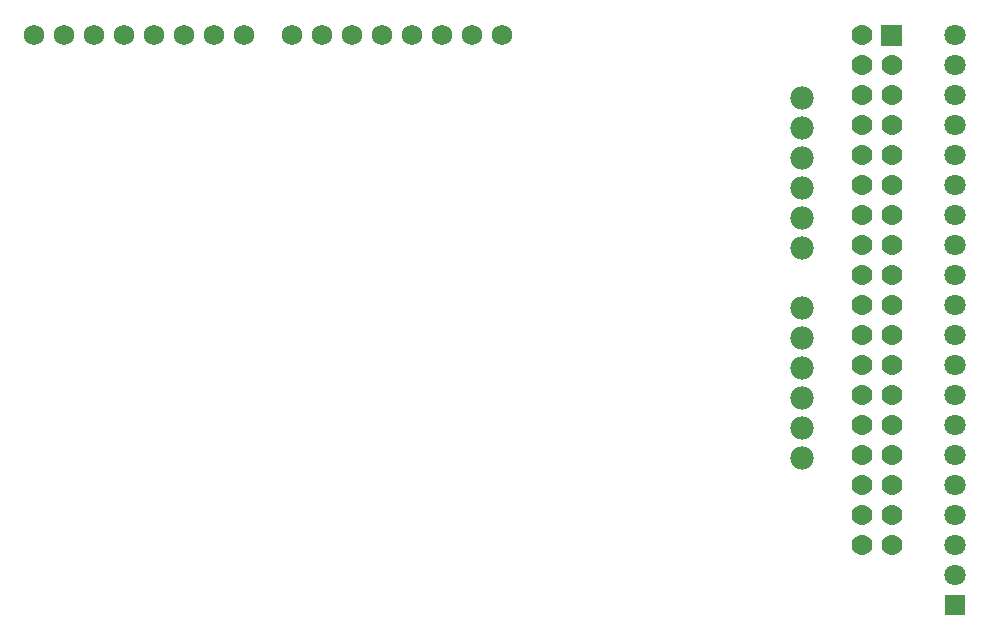
<source format=gts>
G04 Layer: TopSolderMaskLayer*
G04 EasyEDA v6.5.3, 2022-05-11 10:11:48*
G04 0613da1d9abe436da45d8866ec44bb36,be635ba5e1a24524a6f9dddda72dafc0,10*
G04 Gerber Generator version 0.2*
G04 Scale: 100 percent, Rotated: No, Reflected: No *
G04 Dimensions in millimeters *
G04 leading zeros omitted , absolute positions ,4 integer and 5 decimal *
%FSLAX45Y45*%
%MOMM*%

%ADD19C,1.7732*%
%ADD21C,1.7272*%
%ADD22C,1.8032*%
%ADD23R,1.8032X1.8032*%
%ADD24C,1.9812*%

%LPD*%
D19*
G01*
X-83312000Y65786000D03*
G36*
X-83146646Y65697354D02*
G01*
X-83146646Y65874646D01*
X-82969354Y65874646D01*
X-82969354Y65697354D01*
G37*
G01*
X-83058000Y65532000D03*
G01*
X-83312000Y65532000D03*
G01*
X-83058000Y65278000D03*
G01*
X-83312000Y65278000D03*
G01*
X-83058000Y65024000D03*
G01*
X-83312000Y65024000D03*
G01*
X-83058000Y64770000D03*
G01*
X-83312000Y64770000D03*
G01*
X-83058000Y64516000D03*
G01*
X-83312000Y64516000D03*
G01*
X-83058000Y64262000D03*
G01*
X-83312000Y64262000D03*
G01*
X-83058000Y64008000D03*
G01*
X-83312000Y64008000D03*
G01*
X-83058000Y63754000D03*
G01*
X-83312000Y63754000D03*
G01*
X-83058000Y63500000D03*
G01*
X-83312000Y63500000D03*
G01*
X-83058000Y63246000D03*
G01*
X-83312000Y63246000D03*
G01*
X-83058000Y62992000D03*
G01*
X-83312000Y62992000D03*
G01*
X-83058000Y62738000D03*
G01*
X-83312000Y62738000D03*
G01*
X-83058000Y62484000D03*
G01*
X-83312000Y62484000D03*
G01*
X-83058000Y62230000D03*
G01*
X-83312000Y62230000D03*
G01*
X-83058000Y61976000D03*
G01*
X-83312000Y61976000D03*
G01*
X-83058000Y61722000D03*
G01*
X-83312000Y61722000D03*
G01*
X-83058000Y61468000D03*
G01*
X-83312000Y61468000D03*
D21*
G01*
X-86360000Y65786000D03*
G01*
X-86614000Y65786000D03*
G01*
X-86868000Y65786000D03*
G01*
X-87122000Y65786000D03*
G01*
X-87376000Y65786000D03*
G01*
X-87630000Y65786000D03*
G01*
X-87884000Y65786000D03*
G01*
X-88138000Y65786000D03*
G01*
X-88544400Y65786000D03*
G01*
X-88798400Y65786000D03*
G01*
X-89052400Y65786000D03*
G01*
X-89306400Y65786000D03*
G01*
X-89560400Y65786000D03*
G01*
X-89814400Y65786000D03*
G01*
X-90068400Y65786000D03*
G01*
X-90322400Y65786000D03*
D22*
G01*
X-82524600Y65786000D03*
G01*
X-82524600Y65532000D03*
G01*
X-82524600Y65278000D03*
G01*
X-82524600Y65024000D03*
G01*
X-82524600Y64770000D03*
G01*
X-82524600Y64516000D03*
G01*
X-82524600Y64262000D03*
G01*
X-82524600Y64008000D03*
G01*
X-82524600Y63754000D03*
G01*
X-82524600Y63500000D03*
G01*
X-82524600Y63246000D03*
G01*
X-82524600Y62992000D03*
G01*
X-82524600Y62738000D03*
G01*
X-82524600Y62484000D03*
G01*
X-82524600Y62230000D03*
G01*
X-82524600Y61976000D03*
G01*
X-82524600Y61722000D03*
G01*
X-82524600Y61468000D03*
G01*
X-82524600Y61214000D03*
D23*
G01*
X-82524600Y60960000D03*
D24*
G01*
X-83820000Y62204600D03*
G01*
X-83820000Y62458600D03*
G01*
X-83820000Y62712600D03*
G01*
X-83820000Y62966600D03*
G01*
X-83820000Y63220600D03*
G01*
X-83820000Y63474600D03*
G01*
X-83820000Y63982600D03*
G01*
X-83820000Y64236600D03*
G01*
X-83820000Y64490600D03*
G01*
X-83820000Y64744600D03*
G01*
X-83820000Y64998600D03*
G01*
X-83820000Y65252600D03*
M02*

</source>
